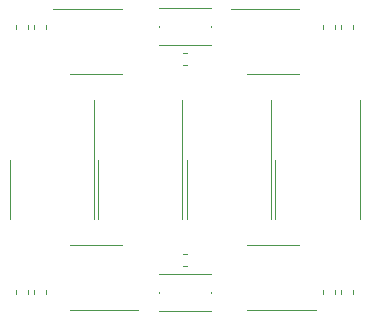
<source format=gbr>
%TF.GenerationSoftware,KiCad,Pcbnew,(5.1.6)-1*%
%TF.CreationDate,2020-09-19T18:08:18+02:00*%
%TF.ProjectId,watch,77617463-682e-46b6-9963-61645f706362,rev?*%
%TF.SameCoordinates,Original*%
%TF.FileFunction,Legend,Top*%
%TF.FilePolarity,Positive*%
%FSLAX46Y46*%
G04 Gerber Fmt 4.6, Leading zero omitted, Abs format (unit mm)*
G04 Created by KiCad (PCBNEW (5.1.6)-1) date 2020-09-19 18:08:18*
%MOMM*%
%LPD*%
G01*
G04 APERTURE LIST*
%ADD10C,0.120000*%
G04 APERTURE END LIST*
D10*
%TO.C,R4*%
X132771312Y-51431344D02*
X132771312Y-51773878D01*
X133791312Y-51431344D02*
X133791312Y-51773878D01*
%TO.C,C5*%
X134271312Y-51431344D02*
X134271312Y-51773878D01*
X135291312Y-51431344D02*
X135291312Y-51773878D01*
%TO.C,U13*%
X154711312Y-67912611D02*
X154711312Y-62852611D01*
X161851312Y-57792611D02*
X161851312Y-67912611D01*
%TO.C,U12*%
X154531312Y-50117611D02*
X150931312Y-50117611D01*
X154531312Y-50117611D02*
X156731312Y-50117611D01*
X154531312Y-55587611D02*
X152331312Y-55587611D01*
X154531312Y-55587611D02*
X156731312Y-55587611D01*
%TO.C,U11*%
X147211312Y-67912611D02*
X147211312Y-62852611D01*
X154351312Y-57792611D02*
X154351312Y-67912611D01*
%TO.C,U10*%
X139531312Y-50117611D02*
X135931312Y-50117611D01*
X139531312Y-50117611D02*
X141731312Y-50117611D01*
X139531312Y-55587611D02*
X137331312Y-55587611D01*
X139531312Y-55587611D02*
X141731312Y-55587611D01*
%TO.C,U4*%
X139531312Y-75587611D02*
X143131312Y-75587611D01*
X139531312Y-75587611D02*
X137331312Y-75587611D01*
X139531312Y-70117611D02*
X141731312Y-70117611D01*
X139531312Y-70117611D02*
X137331312Y-70117611D01*
%TO.C,U3*%
X154531312Y-75587611D02*
X158131312Y-75587611D01*
X154531312Y-75587611D02*
X152331312Y-75587611D01*
X154531312Y-70117611D02*
X156731312Y-70117611D01*
X154531312Y-70117611D02*
X152331312Y-70117611D01*
%TO.C,U2*%
X139711312Y-67912611D02*
X139711312Y-62852611D01*
X146851312Y-57792611D02*
X146851312Y-67912611D01*
%TO.C,U1*%
X132211312Y-67912611D02*
X132211312Y-62852611D01*
X139351312Y-57792611D02*
X139351312Y-67912611D01*
%TO.C,SW2*%
X149231312Y-74052611D02*
X149231312Y-74152611D01*
X144831312Y-75652611D02*
X149231312Y-75652611D01*
X149231312Y-72552611D02*
X144831312Y-72552611D01*
X144831312Y-74052611D02*
X144831312Y-74152611D01*
%TO.C,SW1*%
X149231312Y-51652611D02*
X149231312Y-51552611D01*
X144831312Y-53152611D02*
X149231312Y-53152611D01*
X149231312Y-50052611D02*
X144831312Y-50052611D01*
X144831312Y-51652611D02*
X144831312Y-51552611D01*
%TO.C,R5*%
X160271312Y-51431344D02*
X160271312Y-51773878D01*
X161291312Y-51431344D02*
X161291312Y-51773878D01*
%TO.C,R2*%
X161291312Y-74273878D02*
X161291312Y-73931344D01*
X160271312Y-74273878D02*
X160271312Y-73931344D01*
%TO.C,R1*%
X133791312Y-74273878D02*
X133791312Y-73931344D01*
X132771312Y-74273878D02*
X132771312Y-73931344D01*
%TO.C,C16*%
X158771312Y-51431344D02*
X158771312Y-51773878D01*
X159791312Y-51431344D02*
X159791312Y-51773878D01*
%TO.C,C12*%
X147202579Y-70842611D02*
X146860045Y-70842611D01*
X147202579Y-71862611D02*
X146860045Y-71862611D01*
%TO.C,C11*%
X147202579Y-54862611D02*
X146860045Y-54862611D01*
X147202579Y-53842611D02*
X146860045Y-53842611D01*
%TO.C,C2*%
X135291312Y-74273878D02*
X135291312Y-73931344D01*
X134271312Y-74273878D02*
X134271312Y-73931344D01*
%TO.C,C1*%
X159791312Y-74273878D02*
X159791312Y-73931344D01*
X158771312Y-74273878D02*
X158771312Y-73931344D01*
%TD*%
M02*

</source>
